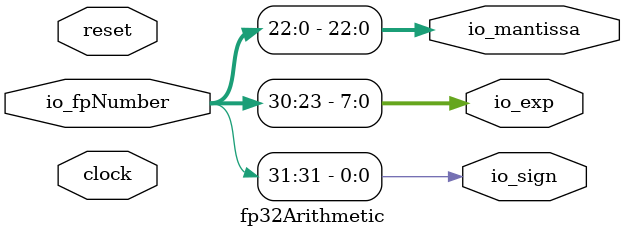
<source format=v>
module fp32Arithmetic(
  input         clock,
  input         reset,
  input  [31:0] io_fpNumber,
  output        io_sign,
  output [7:0]  io_exp,
  output [22:0] io_mantissa
);
  assign io_sign = io_fpNumber[31]; // @[fp32Arithmetic.scala 12:25]
  assign io_exp = io_fpNumber[30:23]; // @[fp32Arithmetic.scala 13:24]
  assign io_mantissa = io_fpNumber[22:0]; // @[fp32Arithmetic.scala 14:29]
endmodule

</source>
